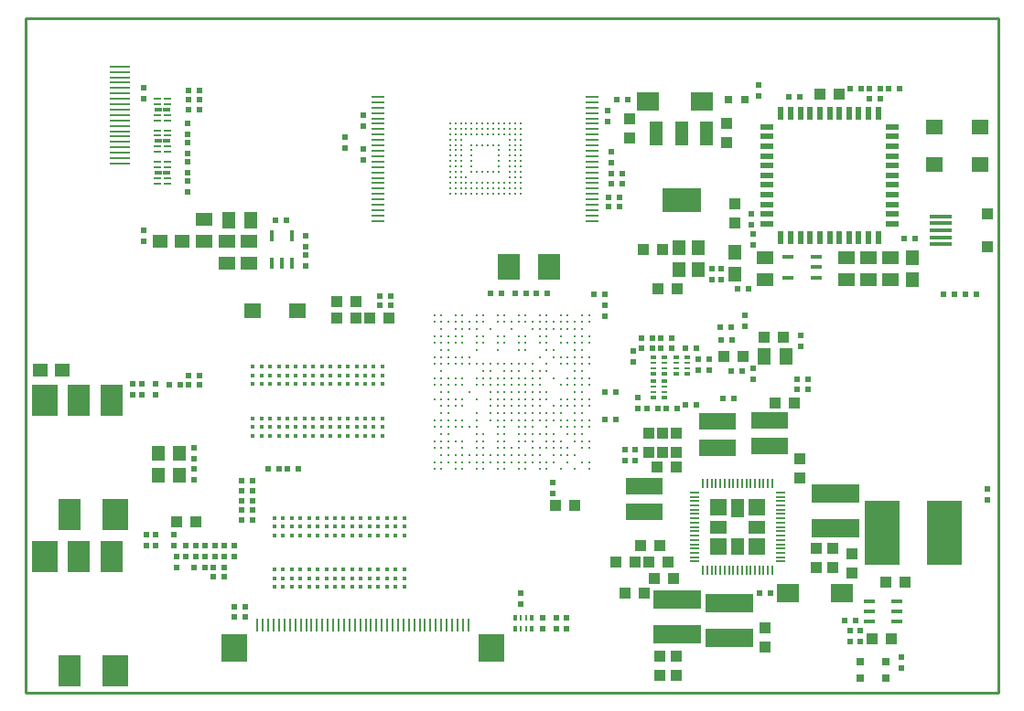
<source format=gbr>
%TF.GenerationSoftware,KiCad,Pcbnew,no-vcs-found-f3908bd~61~ubuntu16.04.1*%
%TF.CreationDate,2017-11-15T13:54:59+02:00*%
%TF.ProjectId,A64-OlinuXino_Rev_E,4136342D4F6C696E7558696E6F5F5265,D*%
%TF.SameCoordinates,Original*%
%TF.FileFunction,Paste,Top*%
%TF.FilePolarity,Positive*%
%FSLAX46Y46*%
G04 Gerber Fmt 4.6, Leading zero omitted, Abs format (unit mm)*
G04 Created by KiCad (PCBNEW no-vcs-found-f3908bd~61~ubuntu16.04.1) date Wed Nov 15 13:54:59 2017*
%MOMM*%
%LPD*%
G01*
G04 APERTURE LIST*
%ADD10C,0.254000*%
%ADD11R,0.605000X0.305000*%
%ADD12R,0.605000X0.230000*%
%ADD13R,0.550000X0.500000*%
%ADD14R,0.800000X0.800000*%
%ADD15C,0.300000*%
%ADD16R,1.000000X1.100000*%
%ADD17R,2.150000X0.325000*%
%ADD18R,1.300000X0.500000*%
%ADD19R,0.500000X1.300000*%
%ADD20R,1.219200X2.235200*%
%ADD21R,3.600000X2.200000*%
%ADD22C,0.330000*%
%ADD23C,0.420000*%
%ADD24R,1.998400X2.898400*%
%ADD25R,2.398400X2.898400*%
%ADD26R,2.400000X2.600000*%
%ADD27R,0.230000X1.280000*%
%ADD28R,1.980000X0.230000*%
%ADD29R,1.500000X1.600000*%
%ADD30R,1.200000X1.700000*%
%ADD31R,1.600000X1.200000*%
%ADD32R,1.200000X1.600000*%
%ADD33R,0.911000X0.211000*%
%ADD34R,0.211000X0.911000*%
%ADD35R,3.398400X1.498400*%
%ADD36R,4.500000X1.750000*%
%ADD37R,3.200000X6.000000*%
%ADD38R,0.500000X0.550000*%
%ADD39R,1.016000X1.016000*%
%ADD40R,1.524000X1.270000*%
%ADD41R,1.270000X1.524000*%
%ADD42R,2.000000X1.700000*%
%ADD43R,1.168400X1.422400*%
%ADD44R,1.422400X1.168400*%
%ADD45R,1.098400X0.448400*%
%ADD46R,0.448400X1.098400*%
%ADD47R,1.500000X1.400000*%
%ADD48R,1.180000X0.230000*%
%ADD49R,0.305000X0.605000*%
%ADD50R,0.230000X0.605000*%
%ADD51R,0.675000X0.200000*%
%ADD52R,0.775000X0.300000*%
%ADD53R,2.100000X2.400000*%
G04 APERTURE END LIST*
D10*
X100000000Y-37500000D02*
X100000000Y-100000000D01*
X190000000Y-37500000D02*
X100000000Y-37500000D01*
X190000000Y-100000000D02*
X190000000Y-37500000D01*
X100000000Y-100000000D02*
X190000000Y-100000000D01*
D11*
%TO.C,RM1*%
X159112500Y-72690000D03*
X158087500Y-72690000D03*
D12*
X159112500Y-72150000D03*
X158087500Y-72150000D03*
X159112500Y-71650000D03*
X158087500Y-71650000D03*
D11*
X159112500Y-71110000D03*
X158087500Y-71110000D03*
%TD*%
%TO.C,RM15*%
X159112500Y-70490000D03*
X158087500Y-70490000D03*
D12*
X159112500Y-69950000D03*
X158087500Y-69950000D03*
X159112500Y-69450000D03*
X158087500Y-69450000D03*
D11*
X159112500Y-68910000D03*
X158087500Y-68910000D03*
%TD*%
D13*
%TO.C,R117*%
X156210000Y-68326000D03*
X156210000Y-69342000D03*
%TD*%
D14*
%TO.C,CHGLED1*%
X177165000Y-98679000D03*
X177165000Y-97155000D03*
%TD*%
%TO.C,PWRLED1*%
X179578000Y-98679000D03*
X179578000Y-97155000D03*
%TD*%
D15*
%TO.C,U5*%
X139250000Y-53750000D03*
X139250000Y-53250000D03*
X139250000Y-52750000D03*
X139250000Y-52250000D03*
X139250000Y-51750000D03*
X139250000Y-51250000D03*
X139250000Y-50750000D03*
X139250000Y-50250000D03*
X139250000Y-49750000D03*
X139250000Y-49250000D03*
X139250000Y-48750000D03*
X139250000Y-47250000D03*
X139250000Y-47750000D03*
X139250000Y-48250000D03*
X139750000Y-48250000D03*
X139750000Y-47750000D03*
X139750000Y-47250000D03*
X139750000Y-48750000D03*
X139750000Y-49250000D03*
X139750000Y-49750000D03*
X139750000Y-50250000D03*
X139750000Y-50750000D03*
X139750000Y-51250000D03*
X139750000Y-51750000D03*
X139750000Y-52250000D03*
X139750000Y-52750000D03*
X139750000Y-53250000D03*
X139750000Y-53750000D03*
X140250000Y-53750000D03*
X140250000Y-53250000D03*
X140250000Y-52750000D03*
X140250000Y-52250000D03*
X140250000Y-51750000D03*
X140250000Y-51250000D03*
X140250000Y-50750000D03*
X140250000Y-50250000D03*
X140250000Y-49750000D03*
X140250000Y-49250000D03*
X140250000Y-48750000D03*
X140250000Y-47250000D03*
X140250000Y-47750000D03*
X140250000Y-48250000D03*
X140750000Y-48250000D03*
X140750000Y-47750000D03*
X140750000Y-47250000D03*
X140750000Y-52250000D03*
X140750000Y-52750000D03*
X140750000Y-53250000D03*
X140750000Y-53750000D03*
X141250000Y-48250000D03*
X141250000Y-47750000D03*
X141250000Y-47250000D03*
X141250000Y-49250000D03*
X141250000Y-49750000D03*
X141250000Y-50250000D03*
X141250000Y-50750000D03*
X141250000Y-51250000D03*
X141250000Y-51750000D03*
X141250000Y-52750000D03*
X141250000Y-53250000D03*
X141250000Y-53750000D03*
X141750000Y-53750000D03*
X141750000Y-53250000D03*
X141750000Y-52750000D03*
X141750000Y-51750000D03*
X141750000Y-49250000D03*
X141750000Y-47250000D03*
X141750000Y-47750000D03*
X141750000Y-48250000D03*
X142250000Y-48250000D03*
X142250000Y-47750000D03*
X142250000Y-47250000D03*
X142250000Y-49250000D03*
X142250000Y-51750000D03*
X142250000Y-52750000D03*
X142250000Y-53250000D03*
X142250000Y-53750000D03*
X143250000Y-53750000D03*
X143250000Y-53250000D03*
X143250000Y-52750000D03*
X143250000Y-51750000D03*
X143250000Y-49250000D03*
X143250000Y-47250000D03*
X143250000Y-47750000D03*
X143250000Y-48250000D03*
X142750000Y-48250000D03*
X142750000Y-47750000D03*
X142750000Y-47250000D03*
X142750000Y-49250000D03*
X142750000Y-51750000D03*
X142750000Y-52750000D03*
X142750000Y-53250000D03*
X142750000Y-53750000D03*
X143750000Y-53750000D03*
X143750000Y-53250000D03*
X143750000Y-52750000D03*
X143750000Y-51750000D03*
X143750000Y-51250000D03*
X143750000Y-50750000D03*
X143750000Y-50250000D03*
X143750000Y-49750000D03*
X143750000Y-49250000D03*
X143750000Y-47250000D03*
X143750000Y-47750000D03*
X143750000Y-48250000D03*
X144250000Y-53750000D03*
X144250000Y-53250000D03*
X144250000Y-52750000D03*
X144250000Y-47250000D03*
X144250000Y-47750000D03*
X144250000Y-48250000D03*
X145750000Y-48250000D03*
X145750000Y-47750000D03*
X145750000Y-47250000D03*
X145750000Y-48750000D03*
X145750000Y-49250000D03*
X145750000Y-49750000D03*
X145750000Y-50250000D03*
X145750000Y-50750000D03*
X145750000Y-51250000D03*
X145750000Y-51750000D03*
X145750000Y-52250000D03*
X145750000Y-52750000D03*
X145750000Y-53250000D03*
X145750000Y-53750000D03*
X145250000Y-53750000D03*
X145250000Y-53250000D03*
X145250000Y-52750000D03*
X145250000Y-52250000D03*
X145250000Y-51750000D03*
X145250000Y-51250000D03*
X145250000Y-50750000D03*
X145250000Y-50250000D03*
X145250000Y-49750000D03*
X145250000Y-49250000D03*
X145250000Y-48750000D03*
X145250000Y-47250000D03*
X145250000Y-47750000D03*
X145250000Y-48250000D03*
X144750000Y-48250000D03*
X144750000Y-47750000D03*
X144750000Y-47250000D03*
X144750000Y-48750000D03*
X144750000Y-49250000D03*
X144750000Y-49750000D03*
X144750000Y-50250000D03*
X144750000Y-50750000D03*
X144750000Y-51250000D03*
X144750000Y-51750000D03*
X144750000Y-52250000D03*
X144750000Y-52750000D03*
X144750000Y-53250000D03*
X144750000Y-53750000D03*
%TD*%
D16*
%TO.C,USB-OTG1*%
X188992000Y-55650000D03*
X188992000Y-58650000D03*
D17*
X184692000Y-55850000D03*
X184692000Y-56500000D03*
X184692000Y-57150000D03*
X184692000Y-57800000D03*
X184692000Y-58450000D03*
%TD*%
D18*
%TO.C,U11*%
X180146000Y-47570000D03*
X180146000Y-48470000D03*
X180146000Y-49370000D03*
X180146000Y-50270000D03*
X180146000Y-51170000D03*
X180146000Y-52070000D03*
X180146000Y-52970000D03*
X180146000Y-53870000D03*
X180146000Y-54770000D03*
X180146000Y-55670000D03*
X180146000Y-56570000D03*
D19*
X178871000Y-57845000D03*
X177971000Y-57845000D03*
X177071000Y-57845000D03*
X176171000Y-57845000D03*
X175271000Y-57845000D03*
X174371000Y-57845000D03*
X173471000Y-57845000D03*
X172571000Y-57845000D03*
X171671000Y-57845000D03*
X170771000Y-57845000D03*
X169871000Y-57845000D03*
D18*
X168596000Y-56570000D03*
X168596000Y-55670000D03*
X168596000Y-54770000D03*
X168596000Y-53870000D03*
X168596000Y-52970000D03*
X168596000Y-52070000D03*
X168596000Y-51170000D03*
X168596000Y-50270000D03*
X168596000Y-49370000D03*
X168596000Y-48470000D03*
X168596000Y-47570000D03*
D19*
X169871000Y-46295000D03*
X170771000Y-46295000D03*
X171671000Y-46295000D03*
X172571000Y-46295000D03*
X173471000Y-46295000D03*
X174371000Y-46295000D03*
X175271000Y-46295000D03*
X176171000Y-46295000D03*
X177071000Y-46295000D03*
X177971000Y-46295000D03*
X178871000Y-46295000D03*
%TD*%
D20*
%TO.C,VR1*%
X162966400Y-48209200D03*
X160655000Y-48209200D03*
X158343600Y-48209200D03*
D21*
X160655000Y-54406800D03*
%TD*%
D22*
%TO.C,U1*%
X151450000Y-68250000D03*
X150800000Y-68250000D03*
X148850000Y-68250000D03*
X148200000Y-68250000D03*
X146250000Y-68250000D03*
X145600000Y-68250000D03*
X143650000Y-68250000D03*
X141700000Y-68250000D03*
X139100000Y-68250000D03*
X138450000Y-68250000D03*
X152100000Y-68900000D03*
X151450000Y-68900000D03*
X150800000Y-68900000D03*
X150150000Y-68900000D03*
X149500000Y-68900000D03*
X148850000Y-68900000D03*
X147550000Y-68900000D03*
X141050000Y-68900000D03*
X140400000Y-68900000D03*
X139750000Y-68900000D03*
X139100000Y-68900000D03*
X138450000Y-68900000D03*
X137800000Y-68900000D03*
X152100000Y-69550000D03*
X151450000Y-69550000D03*
X150800000Y-69550000D03*
X150150000Y-69550000D03*
X149500000Y-69550000D03*
X148200000Y-69550000D03*
X146900000Y-69550000D03*
X146250000Y-69550000D03*
X145600000Y-69550000D03*
X144950000Y-69550000D03*
X144300000Y-69550000D03*
X143650000Y-69550000D03*
X143000000Y-69550000D03*
X142350000Y-69550000D03*
X141700000Y-69550000D03*
X141050000Y-69550000D03*
X140400000Y-69550000D03*
X139750000Y-69550000D03*
X139100000Y-69550000D03*
X138450000Y-69550000D03*
X137800000Y-69550000D03*
X151450000Y-70200000D03*
X150800000Y-70200000D03*
X148200000Y-70200000D03*
X147550000Y-70200000D03*
X142350000Y-70200000D03*
X138450000Y-70200000D03*
X152100000Y-70850000D03*
X151450000Y-70850000D03*
X150800000Y-70850000D03*
X150150000Y-70850000D03*
X147550000Y-70850000D03*
X146900000Y-70850000D03*
X146250000Y-70850000D03*
X145600000Y-70850000D03*
X144950000Y-70850000D03*
X144300000Y-70850000D03*
X143650000Y-70850000D03*
X142350000Y-70850000D03*
X141700000Y-70850000D03*
X140400000Y-70850000D03*
X139750000Y-70850000D03*
X139100000Y-70850000D03*
X138450000Y-70850000D03*
X137800000Y-70850000D03*
X152100000Y-71500000D03*
X151450000Y-71500000D03*
X150800000Y-71500000D03*
X150150000Y-71500000D03*
X149500000Y-71500000D03*
X146900000Y-71500000D03*
X144950000Y-71500000D03*
X144300000Y-71500000D03*
X143000000Y-71500000D03*
X141700000Y-71500000D03*
X140400000Y-71500000D03*
X139750000Y-71500000D03*
X139100000Y-71500000D03*
X138450000Y-71500000D03*
X137800000Y-71500000D03*
X151450000Y-72150000D03*
X150800000Y-72150000D03*
X143000000Y-72150000D03*
X141050000Y-72150000D03*
X139100000Y-72150000D03*
X138450000Y-72150000D03*
X152100000Y-72800000D03*
X151450000Y-72800000D03*
X150800000Y-72800000D03*
X150150000Y-72800000D03*
X149500000Y-72800000D03*
X140400000Y-72800000D03*
X139750000Y-72800000D03*
X139100000Y-72800000D03*
X138450000Y-72800000D03*
X137800000Y-72800000D03*
X152100000Y-73450000D03*
X151450000Y-73450000D03*
X150800000Y-73450000D03*
X150150000Y-73450000D03*
X149500000Y-73450000D03*
X148850000Y-73450000D03*
X140400000Y-73450000D03*
X139750000Y-73450000D03*
X139100000Y-73450000D03*
X138450000Y-73450000D03*
X151450000Y-74100000D03*
X150800000Y-74100000D03*
X149500000Y-74100000D03*
X148850000Y-74100000D03*
X141700000Y-74100000D03*
X139100000Y-74100000D03*
X138450000Y-74100000D03*
X152100000Y-74750000D03*
X151450000Y-74750000D03*
X150800000Y-74750000D03*
X150150000Y-74750000D03*
X149500000Y-74750000D03*
X145600000Y-74750000D03*
X144300000Y-74750000D03*
X143000000Y-74750000D03*
X141700000Y-74750000D03*
X140400000Y-74750000D03*
X139750000Y-74750000D03*
X139100000Y-74750000D03*
X138450000Y-74750000D03*
X137800000Y-74750000D03*
X152100000Y-75400000D03*
X151450000Y-75400000D03*
X150800000Y-75400000D03*
X150150000Y-75400000D03*
X149500000Y-75400000D03*
X145600000Y-75400000D03*
X144300000Y-75400000D03*
X143650000Y-75400000D03*
X141700000Y-75400000D03*
X141050000Y-75400000D03*
X140400000Y-75400000D03*
X138450000Y-75400000D03*
X137800000Y-75400000D03*
X151450000Y-76050000D03*
X150800000Y-76050000D03*
X150150000Y-76050000D03*
X148850000Y-76050000D03*
X148200000Y-76050000D03*
X147550000Y-76050000D03*
X146250000Y-76050000D03*
X145600000Y-76050000D03*
X144300000Y-76050000D03*
X143650000Y-76050000D03*
X142350000Y-76050000D03*
X139100000Y-76050000D03*
X138450000Y-76050000D03*
X152100000Y-76700000D03*
X151450000Y-76700000D03*
X150800000Y-76700000D03*
X149500000Y-76700000D03*
X148850000Y-76700000D03*
X146250000Y-76700000D03*
X145600000Y-76700000D03*
X143650000Y-76700000D03*
X142350000Y-76700000D03*
X141700000Y-76700000D03*
X140400000Y-76700000D03*
X139750000Y-76700000D03*
X139100000Y-76700000D03*
X138450000Y-76700000D03*
X137800000Y-76700000D03*
X152100000Y-77350000D03*
X151450000Y-77350000D03*
X150150000Y-77350000D03*
X149500000Y-77350000D03*
X148850000Y-77350000D03*
X148200000Y-77350000D03*
X147550000Y-77350000D03*
X146900000Y-77350000D03*
X144950000Y-77350000D03*
X143650000Y-77350000D03*
X141700000Y-77350000D03*
X140400000Y-77350000D03*
X139100000Y-77350000D03*
X138450000Y-77350000D03*
X137800000Y-77350000D03*
X150800000Y-78000000D03*
X150150000Y-78000000D03*
X149500000Y-78000000D03*
X148850000Y-78000000D03*
X147550000Y-78000000D03*
X146900000Y-78000000D03*
X146250000Y-78000000D03*
X145600000Y-78000000D03*
X144300000Y-78000000D03*
X143650000Y-78000000D03*
X143000000Y-78000000D03*
X142350000Y-78000000D03*
X141700000Y-78000000D03*
X141050000Y-78000000D03*
X140400000Y-78000000D03*
X139750000Y-78000000D03*
X138450000Y-78000000D03*
X152100000Y-78650000D03*
X151450000Y-78650000D03*
X150150000Y-78650000D03*
X148850000Y-78650000D03*
X147550000Y-78650000D03*
X146900000Y-78650000D03*
X146250000Y-78650000D03*
X145600000Y-78650000D03*
X144950000Y-78650000D03*
X144300000Y-78650000D03*
X143650000Y-78650000D03*
X143000000Y-78650000D03*
X142350000Y-78650000D03*
X141700000Y-78650000D03*
X141050000Y-78650000D03*
X140400000Y-78650000D03*
X139750000Y-78650000D03*
X139100000Y-78650000D03*
X138450000Y-78650000D03*
X137800000Y-78650000D03*
X152100000Y-79300000D03*
X150800000Y-79300000D03*
X149500000Y-79300000D03*
X148200000Y-79300000D03*
X147550000Y-79300000D03*
X146250000Y-79300000D03*
X145600000Y-79300000D03*
X144300000Y-79300000D03*
X143650000Y-79300000D03*
X142350000Y-79300000D03*
X141700000Y-79300000D03*
X140400000Y-79300000D03*
X139750000Y-79300000D03*
X138450000Y-79300000D03*
X137800000Y-67600000D03*
X138450000Y-67600000D03*
X139100000Y-67600000D03*
X139750000Y-67600000D03*
X140400000Y-67600000D03*
X141700000Y-67600000D03*
X142350000Y-67600000D03*
X143650000Y-67600000D03*
X144300000Y-67600000D03*
X145600000Y-67600000D03*
X146250000Y-67600000D03*
X147550000Y-67600000D03*
X148200000Y-67600000D03*
X149500000Y-67600000D03*
X150150000Y-67600000D03*
X150800000Y-67600000D03*
X151450000Y-67600000D03*
X152100000Y-67600000D03*
X152100000Y-66950000D03*
X151450000Y-66950000D03*
X150800000Y-66950000D03*
X149500000Y-66950000D03*
X148200000Y-66950000D03*
X147550000Y-66950000D03*
X146250000Y-66950000D03*
X145600000Y-66950000D03*
X144300000Y-66950000D03*
X143650000Y-66950000D03*
X142350000Y-66950000D03*
X141700000Y-66950000D03*
X140400000Y-66950000D03*
X139750000Y-66950000D03*
X139100000Y-66950000D03*
X138450000Y-66950000D03*
X137800000Y-66950000D03*
X138450000Y-66300000D03*
X139750000Y-66300000D03*
X140400000Y-66300000D03*
X141050000Y-66300000D03*
X141700000Y-66300000D03*
X143000000Y-66300000D03*
X144950000Y-66300000D03*
X146900000Y-66300000D03*
X147550000Y-66300000D03*
X148200000Y-66300000D03*
X148850000Y-66300000D03*
X149500000Y-66300000D03*
X150150000Y-66300000D03*
X150800000Y-66300000D03*
X151450000Y-66300000D03*
X152100000Y-65650000D03*
X151450000Y-65650000D03*
X150800000Y-65650000D03*
X150150000Y-65650000D03*
X149500000Y-65650000D03*
X148850000Y-65650000D03*
X148200000Y-65650000D03*
X147550000Y-65650000D03*
X146900000Y-65650000D03*
X146250000Y-65650000D03*
X145600000Y-65650000D03*
X144950000Y-65650000D03*
X144300000Y-65650000D03*
X143650000Y-65650000D03*
X142350000Y-65650000D03*
X141700000Y-65650000D03*
X141050000Y-65650000D03*
X140400000Y-65650000D03*
X139750000Y-65650000D03*
X139100000Y-65650000D03*
X138450000Y-65650000D03*
X137800000Y-65650000D03*
X138450000Y-65000000D03*
X139750000Y-65000000D03*
X140400000Y-65000000D03*
X141700000Y-65000000D03*
X142350000Y-65000000D03*
X143650000Y-65000000D03*
X144300000Y-65000000D03*
X145600000Y-65000000D03*
X146250000Y-65000000D03*
X147550000Y-65000000D03*
X148200000Y-65000000D03*
X149500000Y-65000000D03*
X150150000Y-65000000D03*
X151450000Y-65000000D03*
X137800000Y-79300000D03*
X137800000Y-65000000D03*
X139100000Y-78000000D03*
X139100000Y-75400000D03*
X139750000Y-75400000D03*
X141700000Y-76050000D03*
X142350000Y-77350000D03*
X144300000Y-77350000D03*
X144300000Y-76700000D03*
X144950000Y-78000000D03*
X145600000Y-77350000D03*
X143000000Y-70200000D03*
X144300000Y-70200000D03*
X144950000Y-70200000D03*
X145600000Y-70200000D03*
X146900000Y-70200000D03*
X143000000Y-70850000D03*
X142350000Y-71500000D03*
X143650000Y-71500000D03*
X148850000Y-70850000D03*
X148200000Y-72150000D03*
X148200000Y-72800000D03*
X147550000Y-71500000D03*
X147550000Y-72150000D03*
X146900000Y-72150000D03*
X146900000Y-72800000D03*
X146250000Y-71500000D03*
X145600000Y-71500000D03*
X146250000Y-72150000D03*
X145600000Y-72150000D03*
X147550000Y-72800000D03*
X146250000Y-72800000D03*
X145600000Y-72800000D03*
X144950000Y-72800000D03*
X144300000Y-72800000D03*
X143650000Y-72800000D03*
X143000000Y-72800000D03*
X147550000Y-73450000D03*
X143000000Y-73450000D03*
X143650000Y-73450000D03*
X144300000Y-73450000D03*
X144950000Y-73450000D03*
X145600000Y-73450000D03*
X146250000Y-73450000D03*
X146900000Y-73450000D03*
X148200000Y-74100000D03*
X143000000Y-74100000D03*
X147550000Y-74100000D03*
X146900000Y-74100000D03*
X146250000Y-74100000D03*
X145600000Y-74100000D03*
X144950000Y-74100000D03*
X144300000Y-74100000D03*
X143650000Y-74100000D03*
X148850000Y-74750000D03*
X148200000Y-74750000D03*
X147550000Y-74750000D03*
X146900000Y-74750000D03*
X146250000Y-74750000D03*
X148200000Y-75400000D03*
X146900000Y-75400000D03*
X146250000Y-75400000D03*
X146900000Y-76700000D03*
X148200000Y-78650000D03*
X148200000Y-76700000D03*
X146900000Y-76050000D03*
X143650000Y-74750000D03*
X144950000Y-74750000D03*
X141700000Y-72800000D03*
X143650000Y-72150000D03*
X144300000Y-72150000D03*
X144950000Y-72150000D03*
X152100000Y-65000000D03*
%TD*%
D23*
%TO.C,U2*%
X123000000Y-90200000D03*
X123000000Y-89400000D03*
X123000000Y-88600000D03*
X123000000Y-85400000D03*
X123000000Y-84600000D03*
X123000000Y-83800000D03*
X123800000Y-90200000D03*
X123800000Y-89400000D03*
X123800000Y-88600000D03*
X123800000Y-85400000D03*
X123800000Y-84600000D03*
X123800000Y-83800000D03*
X124600000Y-90200000D03*
X124600000Y-89400000D03*
X124600000Y-88600000D03*
X124600000Y-85400000D03*
X124600000Y-84600000D03*
X124600000Y-83800000D03*
X125400000Y-90200000D03*
X125400000Y-89400000D03*
X125400000Y-88600000D03*
X125400000Y-85400000D03*
X125400000Y-84600000D03*
X125400000Y-83800000D03*
X126200000Y-90200000D03*
X126200000Y-89400000D03*
X126200000Y-88600000D03*
X126200000Y-85400000D03*
X126200000Y-84600000D03*
X126200000Y-83800000D03*
X127000000Y-90200000D03*
X127000000Y-89400000D03*
X127000000Y-88600000D03*
X127000000Y-85400000D03*
X127000000Y-84600000D03*
X127000000Y-83800000D03*
X127800000Y-90200000D03*
X127800000Y-89400000D03*
X127800000Y-88600000D03*
X127800000Y-85400000D03*
X127800000Y-84600000D03*
X127800000Y-83800000D03*
X128600000Y-90200000D03*
X128600000Y-89400000D03*
X128600000Y-88600000D03*
X128600000Y-85400000D03*
X128600000Y-84600000D03*
X128600000Y-83800000D03*
X129400000Y-90200000D03*
X129400000Y-89400000D03*
X129400000Y-88600000D03*
X129400000Y-85400000D03*
X129400000Y-84600000D03*
X129400000Y-83800000D03*
X130200000Y-90200000D03*
X130200000Y-89400000D03*
X130200000Y-88600000D03*
X130200000Y-85400000D03*
X130200000Y-84600000D03*
X130200000Y-83800000D03*
X131000000Y-90200000D03*
X131000000Y-89400000D03*
X131000000Y-88600000D03*
X131000000Y-85400000D03*
X131000000Y-84600000D03*
X131000000Y-83800000D03*
X131800000Y-90200000D03*
X131800000Y-89400000D03*
X131800000Y-88600000D03*
X131800000Y-85400000D03*
X131800000Y-84600000D03*
X131800000Y-83800000D03*
X132600000Y-90200000D03*
X132600000Y-89400000D03*
X132600000Y-88600000D03*
X132600000Y-85400000D03*
X132600000Y-84600000D03*
X132600000Y-83800000D03*
X133400000Y-90200000D03*
X133400000Y-89400000D03*
X133400000Y-88600000D03*
X133400000Y-85400000D03*
X133400000Y-84600000D03*
X133400000Y-83800000D03*
X134200000Y-90200000D03*
X134200000Y-89400000D03*
X134200000Y-88600000D03*
X134200000Y-85400000D03*
X134200000Y-84600000D03*
X134200000Y-83800000D03*
X135000000Y-90200000D03*
X135000000Y-89400000D03*
X135000000Y-88600000D03*
X135000000Y-85400000D03*
X135000000Y-84600000D03*
X135000000Y-83800000D03*
%TD*%
%TO.C,U3*%
X121000000Y-76200000D03*
X121000000Y-75400000D03*
X121000000Y-74600000D03*
X121000000Y-71400000D03*
X121000000Y-70600000D03*
X121000000Y-69800000D03*
X121800000Y-76200000D03*
X121800000Y-75400000D03*
X121800000Y-74600000D03*
X121800000Y-71400000D03*
X121800000Y-70600000D03*
X121800000Y-69800000D03*
X122600000Y-76200000D03*
X122600000Y-75400000D03*
X122600000Y-74600000D03*
X122600000Y-71400000D03*
X122600000Y-70600000D03*
X122600000Y-69800000D03*
X123400000Y-76200000D03*
X123400000Y-75400000D03*
X123400000Y-74600000D03*
X123400000Y-71400000D03*
X123400000Y-70600000D03*
X123400000Y-69800000D03*
X124200000Y-76200000D03*
X124200000Y-75400000D03*
X124200000Y-74600000D03*
X124200000Y-71400000D03*
X124200000Y-70600000D03*
X124200000Y-69800000D03*
X125000000Y-76200000D03*
X125000000Y-75400000D03*
X125000000Y-74600000D03*
X125000000Y-71400000D03*
X125000000Y-70600000D03*
X125000000Y-69800000D03*
X125800000Y-76200000D03*
X125800000Y-75400000D03*
X125800000Y-74600000D03*
X125800000Y-71400000D03*
X125800000Y-70600000D03*
X125800000Y-69800000D03*
X126600000Y-76200000D03*
X126600000Y-75400000D03*
X126600000Y-74600000D03*
X126600000Y-71400000D03*
X126600000Y-70600000D03*
X126600000Y-69800000D03*
X127400000Y-76200000D03*
X127400000Y-75400000D03*
X127400000Y-74600000D03*
X127400000Y-71400000D03*
X127400000Y-70600000D03*
X127400000Y-69800000D03*
X128200000Y-76200000D03*
X128200000Y-75400000D03*
X128200000Y-74600000D03*
X128200000Y-71400000D03*
X128200000Y-70600000D03*
X128200000Y-69800000D03*
X129000000Y-76200000D03*
X129000000Y-75400000D03*
X129000000Y-74600000D03*
X129000000Y-71400000D03*
X129000000Y-70600000D03*
X129000000Y-69800000D03*
X129800000Y-76200000D03*
X129800000Y-75400000D03*
X129800000Y-74600000D03*
X129800000Y-71400000D03*
X129800000Y-70600000D03*
X129800000Y-69800000D03*
X130600000Y-76200000D03*
X130600000Y-75400000D03*
X130600000Y-74600000D03*
X130600000Y-71400000D03*
X130600000Y-70600000D03*
X130600000Y-69800000D03*
X131400000Y-76200000D03*
X131400000Y-75400000D03*
X131400000Y-74600000D03*
X131400000Y-71400000D03*
X131400000Y-70600000D03*
X131400000Y-69800000D03*
X132200000Y-76200000D03*
X132200000Y-75400000D03*
X132200000Y-74600000D03*
X132200000Y-71400000D03*
X132200000Y-70600000D03*
X132200000Y-69800000D03*
X133000000Y-76200000D03*
X133000000Y-75400000D03*
X133000000Y-74600000D03*
X133000000Y-71400000D03*
X133000000Y-70600000D03*
X133000000Y-69800000D03*
%TD*%
D24*
%TO.C,HEADPHONES/LINEOUT1*%
X104881000Y-72932000D03*
X104081000Y-83532000D03*
X107981000Y-72932000D03*
D25*
X108281000Y-83532000D03*
X101781000Y-72932000D03*
%TD*%
D24*
%TO.C,MIC/LINEIN1*%
X104881000Y-87410000D03*
X104081000Y-98010000D03*
X107981000Y-87410000D03*
D25*
X108281000Y-98010000D03*
X101781000Y-87410000D03*
%TD*%
D26*
%TO.C,LCD_CON1*%
X119291000Y-95870000D03*
X143091000Y-95870000D03*
D27*
X121441000Y-93770000D03*
X121941000Y-93770000D03*
X122441000Y-93770000D03*
X122941000Y-93770000D03*
X123441000Y-93770000D03*
X123941000Y-93770000D03*
X124441000Y-93770000D03*
X124941000Y-93770000D03*
X125441000Y-93770000D03*
X125941000Y-93770000D03*
X126441000Y-93770000D03*
X126941000Y-93770000D03*
X127441000Y-93770000D03*
X127941000Y-93770000D03*
X128441000Y-93770000D03*
X128941000Y-93770000D03*
X129441000Y-93770000D03*
X129941000Y-93770000D03*
X130441000Y-93770000D03*
X130941000Y-93770000D03*
X131441000Y-93770000D03*
X131941000Y-93770000D03*
X132441000Y-93770000D03*
X132941000Y-93770000D03*
X133441000Y-93770000D03*
X133941000Y-93770000D03*
X134441000Y-93770000D03*
X134941000Y-93770000D03*
X135441000Y-93770000D03*
X135941000Y-93770000D03*
X136441000Y-93770000D03*
X136941000Y-93770000D03*
X137441000Y-93770000D03*
X137941000Y-93770000D03*
X138441000Y-93770000D03*
X138941000Y-93770000D03*
X139441000Y-93770000D03*
X139941000Y-93770000D03*
X140441000Y-93770000D03*
X140941000Y-93770000D03*
%TD*%
D28*
%TO.C,HDMI1*%
X108747000Y-41982000D03*
X108747000Y-42482000D03*
X108747000Y-42982000D03*
X108747000Y-43482000D03*
X108747000Y-43982000D03*
X108747000Y-44482000D03*
X108747000Y-44982000D03*
X108747000Y-45482000D03*
X108747000Y-45982000D03*
X108747000Y-46482000D03*
X108747000Y-46982000D03*
X108747000Y-47482000D03*
X108747000Y-47982000D03*
X108747000Y-48482000D03*
X108747000Y-48982000D03*
X108747000Y-49482000D03*
X108747000Y-49982000D03*
X108747000Y-50482000D03*
X108747000Y-50982000D03*
%TD*%
D29*
%TO.C,U14*%
X164112000Y-82845500D03*
D30*
X165862000Y-82895500D03*
D29*
X167612000Y-82845500D03*
D31*
X164062000Y-84645500D03*
X167662000Y-84645500D03*
D29*
X164112000Y-86445500D03*
D32*
X165862000Y-86445500D03*
D29*
X167612000Y-86445500D03*
D33*
X169862000Y-81445500D03*
X169862000Y-81845500D03*
X169862000Y-82245500D03*
X169862000Y-82645500D03*
X169862000Y-83045500D03*
X169862000Y-83445500D03*
X169862000Y-83845500D03*
X169862000Y-84245500D03*
X169862000Y-84645500D03*
X169862000Y-85045500D03*
X169862000Y-85445500D03*
X169862000Y-85845500D03*
X169862000Y-86245500D03*
X169862000Y-86645500D03*
X169862000Y-87045500D03*
X169862000Y-87445500D03*
X169862000Y-87845500D03*
D34*
X169062000Y-88645500D03*
X168662000Y-88645500D03*
X168262000Y-88645500D03*
X167862000Y-88645500D03*
X167462000Y-88645500D03*
X167062000Y-88645500D03*
X166662000Y-88645500D03*
X166262000Y-88645500D03*
X165862000Y-88645500D03*
X165462000Y-88645500D03*
X165062000Y-88645500D03*
X164662000Y-88645500D03*
X164262000Y-88645500D03*
X163862000Y-88645500D03*
X163462000Y-88645500D03*
X163062000Y-88645500D03*
X162662000Y-88645500D03*
D33*
X161862000Y-87845500D03*
X161862000Y-87445500D03*
X161862000Y-87045500D03*
X161862000Y-86645500D03*
X161862000Y-86245500D03*
X161862000Y-85845500D03*
X161862000Y-85445500D03*
X161862000Y-85045500D03*
X161862000Y-84645500D03*
X161862000Y-84245500D03*
X161862000Y-83845500D03*
X161862000Y-83445500D03*
X161862000Y-83045500D03*
X161862000Y-82645500D03*
X161862000Y-82245500D03*
X161862000Y-81845500D03*
X161862000Y-81445500D03*
D34*
X162662000Y-80645500D03*
X163062000Y-80645500D03*
X163462000Y-80645500D03*
X163862000Y-80645500D03*
X164262000Y-80645500D03*
X164662000Y-80645500D03*
X165062000Y-80645500D03*
X165462000Y-80645500D03*
X165862000Y-80645500D03*
X166262000Y-80645500D03*
X166662000Y-80645500D03*
X167062000Y-80645500D03*
X167462000Y-80645500D03*
X167862000Y-80645500D03*
X168262000Y-80645500D03*
X168662000Y-80645500D03*
X169062000Y-80645500D03*
%TD*%
D35*
%TO.C,L19*%
X168783000Y-77146000D03*
X168783000Y-74746000D03*
%TD*%
%TO.C,L20*%
X163957000Y-77273000D03*
X163957000Y-74873000D03*
%TD*%
%TO.C,L14*%
X157226000Y-83242000D03*
X157226000Y-80842000D03*
%TD*%
D36*
%TO.C,L17*%
X160274000Y-94564000D03*
X160274000Y-91364000D03*
%TD*%
%TO.C,L15*%
X165100000Y-94945000D03*
X165100000Y-91745000D03*
%TD*%
%TO.C,L18*%
X174879000Y-81585000D03*
X174879000Y-84785000D03*
%TD*%
D37*
%TO.C,L16*%
X179218000Y-85217000D03*
X185018000Y-85217000D03*
%TD*%
D38*
%TO.C,C187*%
X144018000Y-62992000D03*
X143002000Y-62992000D03*
%TD*%
D39*
%TO.C,C91*%
X165608000Y-54737000D03*
X165608000Y-56515000D03*
%TD*%
D38*
%TO.C,C32*%
X121008000Y-81300000D03*
X119992000Y-81300000D03*
%TD*%
%TO.C,C33*%
X119992000Y-84000000D03*
X121008000Y-84000000D03*
%TD*%
D13*
%TO.C,C39*%
X153797000Y-47117000D03*
X153797000Y-46101000D03*
%TD*%
%TO.C,C40*%
X154178000Y-50927000D03*
X154178000Y-49911000D03*
%TD*%
%TO.C,C41*%
X131191000Y-50673000D03*
X131191000Y-49657000D03*
%TD*%
D39*
%TO.C,C47*%
X128778000Y-63754000D03*
X130556000Y-63754000D03*
%TD*%
D13*
%TO.C,C48*%
X114808000Y-86360000D03*
X114808000Y-87376000D03*
%TD*%
D39*
%TO.C,C49*%
X128778000Y-65278000D03*
X130556000Y-65278000D03*
%TD*%
D13*
%TO.C,C52*%
X116586000Y-87376000D03*
X116586000Y-86360000D03*
%TD*%
D39*
%TO.C,C57*%
X115697000Y-84201000D03*
X113919000Y-84201000D03*
%TD*%
D13*
%TO.C,C58*%
X111125000Y-86360000D03*
X111125000Y-85344000D03*
%TD*%
%TO.C,C60*%
X117475000Y-87376000D03*
X117475000Y-86360000D03*
%TD*%
%TO.C,C62*%
X119253000Y-87376000D03*
X119253000Y-86360000D03*
%TD*%
D39*
%TO.C,C63*%
X133604000Y-65278000D03*
X131826000Y-65278000D03*
%TD*%
D13*
%TO.C,C65*%
X115570000Y-80264000D03*
X115570000Y-79248000D03*
%TD*%
D38*
%TO.C,C66*%
X113284000Y-71501000D03*
X114300000Y-71501000D03*
%TD*%
%TO.C,C67*%
X182245000Y-57912000D03*
X181229000Y-57912000D03*
%TD*%
D40*
%TO.C,C68*%
X175895000Y-59690000D03*
X175895000Y-61722000D03*
%TD*%
%TO.C,C69*%
X177927000Y-59690000D03*
X177927000Y-61722000D03*
%TD*%
%TO.C,C70*%
X179959000Y-59690000D03*
X179959000Y-61722000D03*
%TD*%
%TO.C,C71*%
X168402000Y-61722000D03*
X168402000Y-59690000D03*
%TD*%
D13*
%TO.C,C74*%
X110871000Y-58166000D03*
X110871000Y-57150000D03*
%TD*%
D40*
%TO.C,C75*%
X120650000Y-58166000D03*
X120650000Y-60198000D03*
%TD*%
%TO.C,C76*%
X118618000Y-58166000D03*
X118618000Y-60198000D03*
%TD*%
%TO.C,C77*%
X116459000Y-56134000D03*
X116459000Y-58166000D03*
%TD*%
D41*
%TO.C,C78*%
X120777000Y-56261000D03*
X118745000Y-56261000D03*
%TD*%
D39*
%TO.C,C89*%
X175260000Y-44577000D03*
X173482000Y-44577000D03*
%TD*%
D38*
%TO.C,C90*%
X171577000Y-44831000D03*
X170561000Y-44831000D03*
%TD*%
D13*
%TO.C,C92*%
X167132000Y-55626000D03*
X167132000Y-56642000D03*
%TD*%
D38*
%TO.C,C105*%
X178054000Y-44958000D03*
X179070000Y-44958000D03*
%TD*%
%TO.C,C106*%
X180848000Y-44069000D03*
X179832000Y-44069000D03*
%TD*%
%TO.C,C107*%
X176276000Y-44069000D03*
X177292000Y-44069000D03*
%TD*%
D39*
%TO.C,C122*%
X160147000Y-79121000D03*
X158369000Y-79121000D03*
%TD*%
%TO.C,C124*%
X173101000Y-86614000D03*
X173101000Y-88392000D03*
%TD*%
%TO.C,C129*%
X160147000Y-98425000D03*
X160147000Y-96647000D03*
%TD*%
%TO.C,C131*%
X158623000Y-98425000D03*
X158623000Y-96647000D03*
%TD*%
%TO.C,C136*%
X157226000Y-90805000D03*
X155448000Y-90805000D03*
%TD*%
%TO.C,C138*%
X176403000Y-87122000D03*
X176403000Y-88900000D03*
%TD*%
%TO.C,C139*%
X156337000Y-87884000D03*
X154559000Y-87884000D03*
%TD*%
%TO.C,C140*%
X178308000Y-94996000D03*
X180086000Y-94996000D03*
%TD*%
%TO.C,C141*%
X179578000Y-89789000D03*
X181356000Y-89789000D03*
%TD*%
%TO.C,C143*%
X168402000Y-95758000D03*
X168402000Y-93980000D03*
%TD*%
%TO.C,C144*%
X174625000Y-86614000D03*
X174625000Y-88392000D03*
%TD*%
%TO.C,C146*%
X148971000Y-82677000D03*
X150749000Y-82677000D03*
%TD*%
%TO.C,C150*%
X171069000Y-73152000D03*
X169291000Y-73152000D03*
%TD*%
%TO.C,C154*%
X160147000Y-77724000D03*
X160147000Y-75946000D03*
%TD*%
%TO.C,C163*%
X158877000Y-77724000D03*
X158877000Y-75946000D03*
%TD*%
%TO.C,C166*%
X157607000Y-77724000D03*
X157607000Y-75946000D03*
%TD*%
%TO.C,C169*%
X159385000Y-87884000D03*
X157607000Y-87884000D03*
%TD*%
%TO.C,C172*%
X171577000Y-78359000D03*
X171577000Y-80137000D03*
%TD*%
%TO.C,C175*%
X158623000Y-86360000D03*
X156845000Y-86360000D03*
%TD*%
%TO.C,C182*%
X158115000Y-89408000D03*
X159893000Y-89408000D03*
%TD*%
D38*
%TO.C,C185*%
X147193000Y-62992000D03*
X148209000Y-62992000D03*
%TD*%
D13*
%TO.C,C186*%
X156337000Y-77470000D03*
X156337000Y-78486000D03*
%TD*%
D38*
%TO.C,C193*%
X132715000Y-64135000D03*
X133731000Y-64135000D03*
%TD*%
D13*
%TO.C,C195*%
X155448000Y-77470000D03*
X155448000Y-78486000D03*
%TD*%
D42*
%TO.C,D2*%
X170474000Y-90805000D03*
X175474000Y-90805000D03*
%TD*%
D43*
%TO.C,L3*%
X112268000Y-79883000D03*
X112268000Y-77851000D03*
%TD*%
D44*
%TO.C,L4*%
X103378000Y-70104000D03*
X101346000Y-70104000D03*
%TD*%
D43*
%TO.C,L5*%
X114173000Y-79883000D03*
X114173000Y-77851000D03*
%TD*%
%TO.C,L6*%
X181991000Y-59690000D03*
X181991000Y-61722000D03*
%TD*%
D44*
%TO.C,L8*%
X112395000Y-58166000D03*
X114427000Y-58166000D03*
%TD*%
D38*
%TO.C,R18*%
X154940000Y-54102000D03*
X153924000Y-54102000D03*
%TD*%
%TO.C,R33*%
X154559000Y-74676000D03*
X153543000Y-74676000D03*
%TD*%
D13*
%TO.C,R39*%
X114935000Y-52578000D03*
X114935000Y-53594000D03*
%TD*%
%TO.C,R43*%
X114935000Y-51816000D03*
X114935000Y-50800000D03*
%TD*%
%TO.C,R44*%
X114935000Y-49022000D03*
X114935000Y-50038000D03*
%TD*%
%TO.C,R45*%
X114935000Y-48260000D03*
X114935000Y-47244000D03*
%TD*%
D38*
%TO.C,R98*%
X153543000Y-72136000D03*
X154559000Y-72136000D03*
%TD*%
D45*
%TO.C,U6*%
X170531000Y-59629000D03*
X170531000Y-61529000D03*
X173131000Y-59629000D03*
X173131000Y-60579000D03*
X173131000Y-61529000D03*
%TD*%
D46*
%TO.C,U9*%
X124648000Y-57628000D03*
X122748000Y-57628000D03*
X124648000Y-60228000D03*
X123698000Y-60228000D03*
X122748000Y-60228000D03*
%TD*%
D45*
%TO.C,U13*%
X178023900Y-91506000D03*
X178023900Y-92456000D03*
X178023900Y-93406000D03*
X180624100Y-93406000D03*
X180624100Y-92456000D03*
X180624100Y-91506000D03*
%TD*%
D13*
%TO.C,R40*%
X167259000Y-58547000D03*
X167259000Y-57531000D03*
%TD*%
D38*
%TO.C,R70*%
X120269000Y-92075000D03*
X119253000Y-92075000D03*
%TD*%
%TO.C,R71*%
X120269000Y-92964000D03*
X119253000Y-92964000D03*
%TD*%
D13*
%TO.C,R74*%
X180975000Y-97726500D03*
X180975000Y-96710500D03*
%TD*%
%TO.C,R82*%
X176276000Y-94234000D03*
X176276000Y-95250000D03*
%TD*%
%TO.C,R101*%
X153543000Y-65151000D03*
X153543000Y-64135000D03*
%TD*%
D38*
%TO.C,R102*%
X152527000Y-63119000D03*
X153543000Y-63119000D03*
%TD*%
%TO.C,R103*%
X132715000Y-63246000D03*
X133731000Y-63246000D03*
%TD*%
%TO.C,R104*%
X168910000Y-90805000D03*
X167894000Y-90805000D03*
%TD*%
%TO.C,R80*%
X175768000Y-93345000D03*
X176784000Y-93345000D03*
%TD*%
D13*
%TO.C,R81*%
X177165000Y-94234000D03*
X177165000Y-95250000D03*
%TD*%
%TO.C,R75*%
X149987000Y-93091000D03*
X149987000Y-94107000D03*
%TD*%
%TO.C,R76*%
X147828000Y-93091000D03*
X147828000Y-94107000D03*
%TD*%
%TO.C,R77*%
X149098000Y-93091000D03*
X149098000Y-94107000D03*
%TD*%
%TO.C,R79*%
X145796000Y-90805000D03*
X145796000Y-91821000D03*
%TD*%
%TO.C,R25*%
X113665000Y-86360000D03*
X113665000Y-85344000D03*
%TD*%
D38*
%TO.C,R26*%
X117348000Y-89281000D03*
X118364000Y-89281000D03*
%TD*%
D13*
%TO.C,R29*%
X113919000Y-88392000D03*
X113919000Y-87376000D03*
%TD*%
%TO.C,R32*%
X109855000Y-71374000D03*
X109855000Y-72390000D03*
%TD*%
D38*
%TO.C,R35*%
X115062000Y-70612000D03*
X116078000Y-70612000D03*
%TD*%
%TO.C,R48*%
X123063000Y-56261000D03*
X124079000Y-56261000D03*
%TD*%
D13*
%TO.C,R49*%
X125857000Y-59436000D03*
X125857000Y-60452000D03*
%TD*%
D38*
%TO.C,R47*%
X116078000Y-45974000D03*
X115062000Y-45974000D03*
%TD*%
%TO.C,R50*%
X116078000Y-45085000D03*
X115062000Y-45085000D03*
%TD*%
D13*
%TO.C,R51*%
X110871000Y-44958000D03*
X110871000Y-43942000D03*
%TD*%
D38*
%TO.C,R52*%
X115062000Y-44196000D03*
X116078000Y-44196000D03*
%TD*%
%TO.C,R16*%
X154178000Y-51943000D03*
X155194000Y-51943000D03*
%TD*%
%TO.C,R17*%
X153924000Y-54991000D03*
X154940000Y-54991000D03*
%TD*%
D13*
%TO.C,R19*%
X131191000Y-46482000D03*
X131191000Y-47498000D03*
%TD*%
D38*
%TO.C,R20*%
X154178000Y-52832000D03*
X155194000Y-52832000D03*
%TD*%
%TO.C,R22*%
X155702000Y-45085000D03*
X154686000Y-45085000D03*
%TD*%
D13*
%TO.C,R24*%
X129540000Y-48514000D03*
X129540000Y-49530000D03*
%TD*%
%TO.C,R7*%
X148717000Y-81534000D03*
X148717000Y-80518000D03*
%TD*%
D38*
%TO.C,R11*%
X121008000Y-82200000D03*
X119992000Y-82200000D03*
%TD*%
%TO.C,R12*%
X119992000Y-83100000D03*
X121008000Y-83100000D03*
%TD*%
%TO.C,R6*%
X119992000Y-80400000D03*
X121008000Y-80400000D03*
%TD*%
%TO.C,R10*%
X124206000Y-79248000D03*
X125222000Y-79248000D03*
%TD*%
%TO.C,R14*%
X123444000Y-79248000D03*
X122428000Y-79248000D03*
%TD*%
D13*
%TO.C,R99*%
X125857000Y-58674000D03*
X125857000Y-57658000D03*
%TD*%
D47*
%TO.C,PWRON1*%
X188282000Y-51054000D03*
X184082000Y-51054000D03*
%TD*%
%TO.C,RESET1*%
X188282000Y-47625000D03*
X184082000Y-47625000D03*
%TD*%
%TO.C,UBOOT1*%
X120963000Y-64643000D03*
X125163000Y-64643000D03*
%TD*%
D13*
%TO.C,R34*%
X112014000Y-72390000D03*
X112014000Y-71374000D03*
%TD*%
D38*
%TO.C,R94*%
X146304000Y-62992000D03*
X145288000Y-62992000D03*
%TD*%
D41*
%TO.C,C202*%
X170307000Y-68834000D03*
X168275000Y-68834000D03*
%TD*%
D39*
%TO.C,C204*%
X158496000Y-62611000D03*
X160274000Y-62611000D03*
%TD*%
%TO.C,C205*%
X166370000Y-68834000D03*
X164592000Y-68834000D03*
%TD*%
%TO.C,C214*%
X168275000Y-67056000D03*
X170053000Y-67056000D03*
%TD*%
%TO.C,C218*%
X155829000Y-46863000D03*
X155829000Y-48641000D03*
%TD*%
%TO.C,C219*%
X158877000Y-58928000D03*
X157099000Y-58928000D03*
%TD*%
D43*
%TO.C,L21*%
X165608000Y-59182000D03*
X165608000Y-61214000D03*
%TD*%
%TO.C,L23*%
X162179000Y-58801000D03*
X162179000Y-60833000D03*
%TD*%
%TO.C,L24*%
X160401000Y-58801000D03*
X160401000Y-60833000D03*
%TD*%
D38*
%TO.C,R100*%
X156972000Y-67183000D03*
X157988000Y-67183000D03*
%TD*%
%TO.C,R105*%
X161036000Y-68072000D03*
X162052000Y-68072000D03*
%TD*%
%TO.C,R106*%
X163195000Y-69088000D03*
X162179000Y-69088000D03*
%TD*%
%TO.C,R107*%
X158750000Y-67183000D03*
X159766000Y-67183000D03*
%TD*%
D13*
%TO.C,R108*%
X163449000Y-61722000D03*
X163449000Y-60706000D03*
%TD*%
%TO.C,R112*%
X188976000Y-81153000D03*
X188976000Y-82169000D03*
%TD*%
D38*
%TO.C,R113*%
X187960000Y-63119000D03*
X186944000Y-63119000D03*
%TD*%
%TO.C,R114*%
X184912000Y-63119000D03*
X185928000Y-63119000D03*
%TD*%
%TO.C,R116*%
X162179000Y-70104000D03*
X163195000Y-70104000D03*
%TD*%
%TO.C,R118*%
X164465000Y-72771000D03*
X165481000Y-72771000D03*
%TD*%
D13*
%TO.C,R119*%
X164338000Y-61722000D03*
X164338000Y-60706000D03*
%TD*%
D39*
%TO.C,R120*%
X164846000Y-49022000D03*
X164846000Y-47244000D03*
%TD*%
D38*
%TO.C,C199*%
X171323000Y-70993000D03*
X172339000Y-70993000D03*
%TD*%
%TO.C,C200*%
X171323000Y-71882000D03*
X172339000Y-71882000D03*
%TD*%
%TO.C,C203*%
X166878000Y-62611000D03*
X165862000Y-62611000D03*
%TD*%
%TO.C,C206*%
X165354000Y-67310000D03*
X164338000Y-67310000D03*
%TD*%
D13*
%TO.C,C207*%
X171704000Y-66929000D03*
X171704000Y-67945000D03*
%TD*%
%TO.C,C208*%
X167259000Y-69977000D03*
X167259000Y-70993000D03*
%TD*%
D38*
%TO.C,C209*%
X166243000Y-70231000D03*
X165227000Y-70231000D03*
%TD*%
D13*
%TO.C,C215*%
X166497000Y-66040000D03*
X166497000Y-65024000D03*
%TD*%
D38*
%TO.C,C217*%
X165227000Y-66167000D03*
X164211000Y-66167000D03*
%TD*%
%TO.C,C198*%
X156972000Y-68072000D03*
X157988000Y-68072000D03*
%TD*%
D42*
%TO.C,D5*%
X157520000Y-45212000D03*
X162520000Y-45212000D03*
%TD*%
D13*
%TO.C,R58*%
X167767000Y-43688000D03*
X167767000Y-44704000D03*
%TD*%
%TO.C,R59*%
X110744000Y-71374000D03*
X110744000Y-72390000D03*
%TD*%
%TO.C,R63*%
X115570000Y-78359000D03*
X115570000Y-77343000D03*
%TD*%
D38*
%TO.C,R64*%
X115062000Y-71501000D03*
X116078000Y-71501000D03*
%TD*%
D48*
%TO.C,U4*%
X152394000Y-56296000D03*
X152394000Y-55796000D03*
X152394000Y-55296000D03*
X152394000Y-54796000D03*
X152394000Y-54296000D03*
X152394000Y-53796000D03*
X152394000Y-53296000D03*
X152394000Y-52796000D03*
X152394000Y-52296000D03*
X152394000Y-51796000D03*
X152394000Y-51296000D03*
X152394000Y-50796000D03*
X152394000Y-50296000D03*
X152394000Y-49796000D03*
X152394000Y-49296000D03*
X152394000Y-48796000D03*
X152394000Y-48296000D03*
X152394000Y-47796000D03*
X152394000Y-47296000D03*
X152394000Y-46796000D03*
X152394000Y-46296000D03*
X152394000Y-45796000D03*
X152394000Y-45296000D03*
X152394000Y-44796000D03*
X132594000Y-44796000D03*
X132594000Y-45296000D03*
X132594000Y-45796000D03*
X132594000Y-46296000D03*
X132594000Y-46796000D03*
X132594000Y-47296000D03*
X132594000Y-47796000D03*
X132594000Y-48296000D03*
X132594000Y-48796000D03*
X132594000Y-49296000D03*
X132594000Y-49796000D03*
X132594000Y-50296000D03*
X132594000Y-50796000D03*
X132594000Y-51296000D03*
X132594000Y-51796000D03*
X132594000Y-52296000D03*
X132594000Y-52796000D03*
X132594000Y-53296000D03*
X132594000Y-53796000D03*
X132594000Y-54296000D03*
X132594000Y-54796000D03*
X132594000Y-55296000D03*
X132594000Y-55796000D03*
X132594000Y-56296000D03*
%TD*%
D13*
%TO.C,C45*%
X112014000Y-86360000D03*
X112014000Y-85344000D03*
%TD*%
%TO.C,C82*%
X115697000Y-87376000D03*
X115697000Y-86360000D03*
%TD*%
%TO.C,C83*%
X118364000Y-87376000D03*
X118364000Y-86360000D03*
%TD*%
D38*
%TO.C,C84*%
X116586000Y-88392000D03*
X115570000Y-88392000D03*
%TD*%
%TO.C,C85*%
X117348000Y-88392000D03*
X118364000Y-88392000D03*
%TD*%
D14*
%TO.C,GPIO_LED1*%
X166497000Y-45085000D03*
X164973000Y-45085000D03*
%TD*%
D49*
%TO.C,RM14*%
X146840000Y-93086500D03*
X146840000Y-94111500D03*
D50*
X146300000Y-93086500D03*
X146300000Y-94111500D03*
X145800000Y-93086500D03*
X145800000Y-94111500D03*
D49*
X145260000Y-93086500D03*
X145260000Y-94111500D03*
%TD*%
D51*
%TO.C,U7*%
X112211500Y-52816000D03*
X112211500Y-52316000D03*
D52*
X112261500Y-51816000D03*
D51*
X112211500Y-51316000D03*
X112211500Y-50816000D03*
X113086500Y-50816000D03*
X113086500Y-51316000D03*
D52*
X113036500Y-51816000D03*
D51*
X113086500Y-52316000D03*
X113086500Y-52816000D03*
%TD*%
%TO.C,U8*%
X113086500Y-49895000D03*
X113086500Y-49395000D03*
D52*
X113036500Y-48895000D03*
D51*
X113086500Y-48395000D03*
X113086500Y-47895000D03*
X112211500Y-47895000D03*
X112211500Y-48395000D03*
D52*
X112261500Y-48895000D03*
D51*
X112211500Y-49395000D03*
X112211500Y-49895000D03*
%TD*%
%TO.C,U10*%
X112211500Y-46974000D03*
X112211500Y-46474000D03*
D52*
X112261500Y-45974000D03*
D51*
X112211500Y-45474000D03*
X112211500Y-44974000D03*
X113086500Y-44974000D03*
X113086500Y-45474000D03*
D52*
X113036500Y-45974000D03*
D51*
X113086500Y-46474000D03*
X113086500Y-46974000D03*
%TD*%
D53*
%TO.C,Q3*%
X148408000Y-60579000D03*
X144708000Y-60579000D03*
%TD*%
D38*
%TO.C,C88*%
X160274000Y-73660000D03*
X159258000Y-73660000D03*
%TD*%
%TO.C,L7*%
X159766000Y-68072000D03*
X158750000Y-68072000D03*
%TD*%
%TO.C,L9*%
X158496000Y-73660000D03*
X157480000Y-73660000D03*
%TD*%
D13*
%TO.C,R69*%
X156654500Y-72644000D03*
X156654500Y-73660000D03*
%TD*%
D38*
%TO.C,R72*%
X162052000Y-73342500D03*
X161036000Y-73342500D03*
%TD*%
D11*
%TO.C,RM8*%
X161212500Y-70490000D03*
X160187500Y-70490000D03*
D12*
X161212500Y-69950000D03*
X160187500Y-69950000D03*
X161212500Y-69450000D03*
X160187500Y-69450000D03*
D11*
X161212500Y-68910000D03*
X160187500Y-68910000D03*
%TD*%
D38*
%TO.C,L10*%
X178054000Y-44069000D03*
X179070000Y-44069000D03*
%TD*%
M02*

</source>
